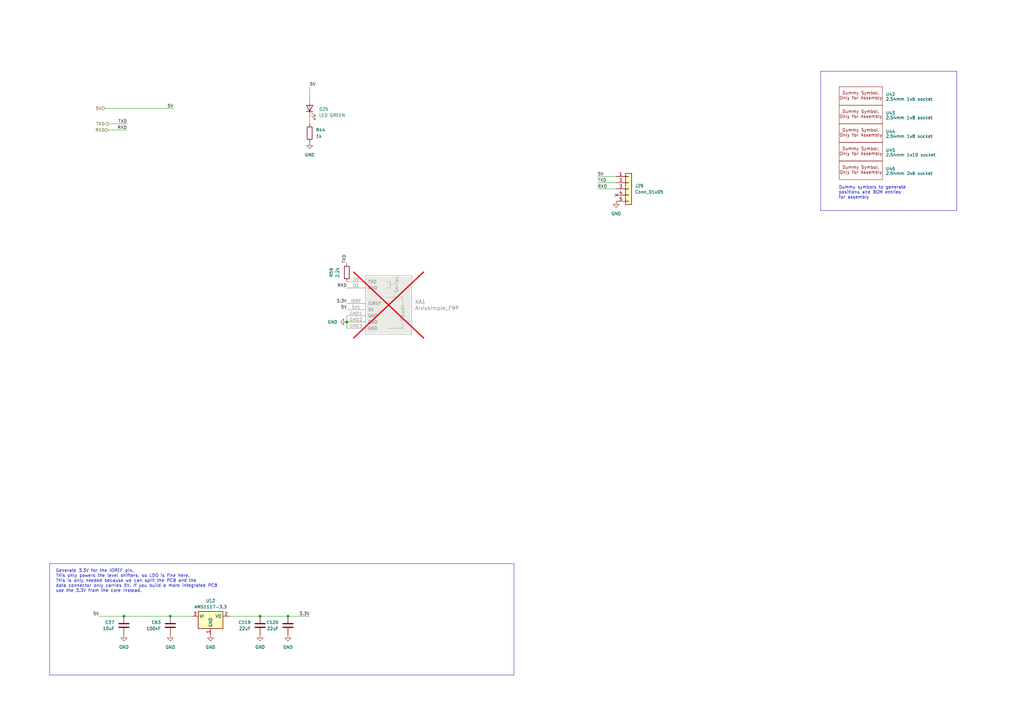
<source format=kicad_sch>
(kicad_sch (version 20231120) (generator "eeschema") (generator_version "8.0")
  (paper "A3")
  (lib_symbols
    (symbol "Connector_Generic:Conn_01x05" (pin_names (offset 1.016) hide)
      (property "Reference" "J" (at 0 7.62 0))
      (property "Value" "Conn_01x05" (at 0 -7.62 0))
      (symbol "Conn_01x05_1_1"
        (rectangle (start -1.27 -4.953) (end 0 -5.207) (stroke (width 0.1524)))
        (rectangle (start -1.27 -2.413) (end 0 -2.667) (stroke (width 0.1524)))
        (rectangle (start -1.27 0.127) (end 0 -0.127) (stroke (width 0.1524)))
        (rectangle (start -1.27 2.667) (end 0 2.413) (stroke (width 0.1524)))
        (rectangle (start -1.27 5.207) (end 0 4.953) (stroke (width 0.1524)))
        (rectangle (start -1.27 6.35) (end 1.27 -6.35) (stroke (width 0.254)) (fill (type background)))
        (pin passive line (at -5.08 5.08 0) (length 3.81) (name "Pin_1") (number "1"))
        (pin passive line (at -5.08 2.54 0) (length 3.81) (name "Pin_2") (number "2"))
        (pin passive line (at -5.08 0 0) (length 3.81) (name "Pin_3") (number "3"))
        (pin passive line (at -5.08 -2.54 0) (length 3.81) (name "Pin_4") (number "4"))
        (pin passive line (at -5.08 -5.08 0) (length 3.81) (name "Pin_5") (number "5"))
      )
    )
    (symbol "Device:C" (pin_numbers hide) (pin_names (offset 0.254))
      (property "Reference" "C" (at 0.635 2.54 0))
      (property "Value" "C" (at 0.635 -2.54 0))
      (symbol "C_0_1"
        (polyline (pts (xy -2.032 -0.762) (xy 2.032 -0.762)) (stroke (width 0.508)))
        (polyline (pts (xy -2.032 0.762) (xy 2.032 0.762)) (stroke (width 0.508)))
      )
      (symbol "C_1_1"
        (pin passive line (at 0 3.81 270) (length 2.794) (name "~") (number "1"))
        (pin passive line (at 0 -3.81 90) (length 2.794) (name "~") (number "2"))
      )
    )
    (symbol "Device:LED" (pin_numbers hide) (pin_names (offset 1.016) hide)
      (property "Reference" "D" (at 0 2.54 0))
      (property "Value" "LED" (at 0 -2.54 0))
      (symbol "LED_0_1"
        (polyline (pts (xy -1.27 -1.27) (xy -1.27 1.27)) (stroke (width 0.254)))
        (polyline (pts (xy -1.27 0) (xy 1.27 0)))
        (polyline (pts (xy 1.27 -1.27) (xy 1.27 1.27) (xy -1.27 0) (xy 1.27 -1.27)) (stroke (width 0.254)))
        (polyline (pts (xy -3.048 -0.762) (xy -4.572 -2.286) (xy -3.81 -2.286) (xy -4.572 -2.286) (xy -4.572 -1.524)))
        (polyline (pts (xy -1.778 -0.762) (xy -3.302 -2.286) (xy -2.54 -2.286) (xy -3.302 -2.286) (xy -3.302 -1.524)))
      )
      (symbol "LED_1_1"
        (pin passive line (at -3.81 0 0) (length 2.54) (name "K") (number "1"))
        (pin passive line (at 3.81 0 180) (length 2.54) (name "A") (number "2"))
      )
    )
    (symbol "Device:R" (pin_numbers hide) (pin_names (offset 0))
      (property "Reference" "R" (at 2.032 0 90))
      (property "Value" "R" (at 0 0 90))
      (symbol "R_0_1"
        (rectangle (start -1.016 -2.54) (end 1.016 2.54) (stroke (width 0.254)))
      )
      (symbol "R_1_1"
        (pin passive line (at 0 3.81 270) (length 1.27) (name "~") (number "1"))
        (pin passive line (at 0 -3.81 90) (length 1.27) (name "~") (number "2"))
      )
    )
    (symbol "Regulator_Linear:AMS1117-3.3"
      (property "Reference" "U" (at -3.81 3.175 0))
      (property "Value" "AMS1117-3.3" (at 0 3.175 0))
      (symbol "AMS1117-3.3_0_1"
        (rectangle (start -5.08 -5.08) (end 5.08 1.905) (stroke (width 0.254)) (fill (type background)))
      )
      (symbol "AMS1117-3.3_1_1"
        (pin power_in line (at 0 -7.62 90) (length 2.54) (name "GND") (number "1"))
        (pin power_out line (at 7.62 0 180) (length 2.54) (name "VO") (number "2"))
        (pin power_in line (at -7.62 0 0) (length 2.54) (name "VI") (number "3"))
      )
    )
    (symbol "power:GND" (power) (pin_numbers hide) (pin_names (offset 0) hide)
      (property "Value" "GND" (at 0 -3.81 0))
      (symbol "GND_0_1"
        (polyline (pts (xy 0 0) (xy 0 -1.27) (xy 1.27 -1.27) (xy 0 -2.54) (xy -1.27 -1.27) (xy 0 -1.27)))
      )
      (symbol "GND_1_1"
        (pin power_in line (at 0 0 270) (length 0) (name "~") (number "1"))
      )
    )
    (symbol "xtech:Ardusimple_F9P" (pin_names (offset 1.016))
      (property "Reference" "XA1" (at 0 35.56 0))
      (property "Value" "Ardusimple_F9P" (at 0 31.75 0))
      (symbol "Ardusimple_F9P_0_0"
        (rectangle (start -10.16 26.67) (end 8.89 2.54) (fill (type background)))
        (rectangle (start -1.27 5.08) (end 5.08 5.08))
        (rectangle (start -1.27 17.78) (end 5.08 17.78))
        (polyline (pts (xy 0 22.86) (xy 1.27 22.86)))
        (polyline (pts (xy 5.08 5.08) (xy 5.08 7.62)))
        (polyline (pts (xy 5.08 16.51) (xy 5.08 15.24)))
        (polyline (pts (xy 5.08 17.78) (xy 5.08 16.51)))
        (polyline (pts (xy -1.27 24.13) (xy 0 24.13) (xy 0 21.59) (xy -1.27 21.59)))
        (text "Power" (at 5.08 11.43 900) (effects (font (size 1.524 1.524))))
        (text "Serial" (at 2.54 22.86 900) (effects (font (size 1.524 1.524))))
      )
      (symbol "Ardusimple_F9P_1_1"
        (pin no_connect line (at 16.51 3.81 180) (length 7.62) hide (name "3.3V") (number "3V3"))
        (pin power_in line (at -17.78 12.7 0) (length 7.62) (name "5V") (number "5V1"))
        (pin no_connect line (at 16.51 3.81 180) (length 7.62) hide (name "A0") (number "A0"))
        (pin no_connect line (at 16.51 3.81 180) (length 7.62) hide (name "A1") (number "A1"))
        (pin no_connect line (at 16.51 3.81 180) (length 7.62) hide (name "A2") (number "A2"))
        (pin no_connect line (at 16.51 3.81 180) (length 7.62) hide (name "A3") (number "A3"))
        (pin no_connect line (at 16.51 3.81 180) (length 7.62) hide (name "A4") (number "A4"))
        (pin no_connect line (at 16.51 3.81 180) (length 7.62) hide (name "A5") (number "A5"))
        (pin no_connect line (at 16.51 3.81 180) (length 7.62) hide (name "AREF") (number "AREF"))
        (pin output line (at -17.78 24.13 0) (length 7.62) (name "TXD") (number "D0"))
        (pin input line (at -17.78 21.59 0) (length 7.62) (name "RXD") (number "D1"))
        (pin no_connect line (at 16.51 3.81 180) (length 7.62) hide (name "D10_CS") (number "D10"))
        (pin no_connect line (at 16.51 3.81 180) (length 7.62) hide (name "D11") (number "D11"))
        (pin no_connect line (at 16.51 3.81 180) (length 7.62) hide (name "D12") (number "D12"))
        (pin no_connect line (at 16.51 3.81 180) (length 7.62) hide (name "D13") (number "D13"))
        (pin no_connect line (at 16.51 3.81 180) (length 7.62) hide (name "D2_INT0") (number "D2"))
        (pin no_connect line (at 16.51 3.81 180) (length 7.62) hide (name "D3_INT1") (number "D3"))
        (pin no_connect line (at 16.51 3.81 180) (length 7.62) hide (name "D4") (number "D4"))
        (pin no_connect line (at 16.51 3.81 180) (length 7.62) hide (name "D5") (number "D5"))
        (pin no_connect line (at 16.51 3.81 180) (length 7.62) hide (name "D6") (number "D6"))
        (pin no_connect line (at 16.51 3.81 180) (length 7.62) hide (name "D7") (number "D7"))
        (pin no_connect line (at 16.51 3.81 180) (length 7.62) hide (name "D8") (number "D8"))
        (pin no_connect line (at 16.51 3.81 180) (length 7.62) hide (name "D9") (number "D9"))
        (pin power_in line (at -17.78 10.16 0) (length 7.62) (name "GND") (number "GND1"))
        (pin power_in line (at -17.78 7.62 0) (length 7.62) (name "GND") (number "GND2"))
        (pin power_in line (at -17.78 5.08 0) (length 7.62) (name "GND") (number "GND3"))
        (pin power_in line (at -17.78 15.24 0) (length 7.62) (name "IOREF") (number "IORF"))
        (pin no_connect input_low (at 16.51 3.81 180) (length 7.62) hide (name "RESET") (number "RST1"))
        (pin no_connect clock (at 16.51 3.81 180) (length 7.62) hide (name "SCL") (number "SCL"))
        (pin no_connect line (at 16.51 3.81 180) (length 7.62) hide (name "SDA") (number "SDA"))
        (pin no_connect line (at 16.51 3.81 180) (length 7.62) hide (name "VIN") (number "VIN"))
      )
    )
    (symbol "xtech:Dummy"
      (property "Reference" "U" (at 0 0 0))
      (symbol "Dummy_0_1"
        (rectangle (start 0 7.62) (end 17.78 0))
      )
      (symbol "Dummy_1_1"
        (text "Dummy Symbol,\nOnly for Assembly" (at 8.89 4.064 0) (effects (font (size 1.27 1.27))))
      )
    )
  )
  (junction (at 69.85 252.73))
  (junction (at 142.24 132.08))
  (junction (at 106.68 252.73))
  (junction (at 118.11 252.73))
  (junction (at 50.8 252.73))
  (no_connect (at 252.73 80.01))
  (wire (pts (xy 52.07 53.34) (xy 44.45 53.34)))
  (wire (pts (xy 106.68 252.73) (xy 118.11 252.73)))
  (wire (pts (xy 245.11 77.47) (xy 252.73 77.47)))
  (wire (pts (xy 118.11 252.73) (xy 127 252.73)))
  (wire (pts (xy 40.64 252.73) (xy 50.8 252.73)))
  (wire (pts (xy 43.18 44.45) (xy 71.12 44.45)))
  (wire (pts (xy 245.11 72.39) (xy 252.73 72.39)))
  (wire (pts (xy 245.11 74.93) (xy 252.73 74.93)))
  (wire (pts (xy 127 48.26) (xy 127 50.8)))
  (wire (pts (xy 142.24 132.08) (xy 142.24 134.62)))
  (wire (pts (xy 127 35.56) (xy 127 40.64)))
  (wire (pts (xy 69.85 252.73) (xy 78.74 252.73)))
  (wire (pts (xy 50.8 252.73) (xy 69.85 252.73)))
  (wire (pts (xy 93.98 252.73) (xy 106.68 252.73)))
  (wire (pts (xy 44.45 50.8) (xy 52.07 50.8)))
  (wire (pts (xy 142.24 129.54) (xy 142.24 132.08)))
  (rectangle (start 336.55 29.21) (end 392.43 86.36))
  (rectangle (start 20.32 231.14) (end 210.82 276.86))
  (text "Dummy symbols to generate \npositions and BOM entries\nfor assembly" (at 343.916 78.994 0) (effects (font (size 1.27 1.27)) (justify left)))
  (text "Generate 3.3V for the IOREF pin.\nThis only powers the level shifters, so LDO is fine here.\nThis is only needed because we can split the PCB and the\ndata connector only carries 5V. If you build a more integrated PCB\nuse the 3.3V from the core instead.\n" (at 22.86 238.252 0) (effects (font (size 1.27 1.27)) (justify left)))
  (label "3.3V" (at 127 252.73 180))
  (label "3.3V" (at 142.24 124.46 180))
  (label "5V" (at 245.11 72.39 0))
  (label "TXD" (at 52.07 50.8 180))
  (label "5V" (at 127 35.56 0))
  (label "RXD" (at 245.11 77.47 0))
  (label "TXD" (at 245.11 74.93 0))
  (label "TXD" (at 142.24 107.95 90))
  (label "RXD" (at 142.24 118.11 180))
  (label "5V" (at 142.24 127 180))
  (label "5V" (at 71.12 44.45 180))
  (label "5V" (at 40.64 252.73 180))
  (label "RXD" (at 52.07 53.34 180))
  (hierarchical_label "RXD" (shape input) (at 44.45 53.34 180))
  (hierarchical_label "TXD" (shape output) (at 44.45 50.8 180))
  (hierarchical_label "5V" (shape input) (at 43.18 44.45 180))
  (symbol (lib_id "Device:C") (at 50.8 256.54 0) (mirror x) (unit 1)
    (property "Reference" "C37" (at 46.99 255.2699 0) (effects (justify right)))
    (property "Value" "10uF" (at 46.99 257.8099 0) (effects (justify right)))
    (property "Footprint" "Capacitor_SMD:C_0402_1005Metric" (effects (hide yes)))
    (property "Description" "Unpolarized capacitor" (effects (hide yes)))
    (property "JLC" "C15525" (effects (hide yes)))
  )
  (symbol (lib_id "power:GND") (at 69.85 260.35 0) (mirror y) (unit 1)
    (property "Reference" "#PWR0189" (effects (hide yes)))
    (property "Value" "GND" (at 69.85 265.43 0))
    (property "Description" "Power symbol creates a global label with name \"GND\" , ground" (effects (hide yes)))
  )
  (symbol (lib_id "xtech:Ardusimple_F9P") (at 160.02 139.7 0) (unit 1) (dnp yes)
    (property "Reference" "XA1" (at 170.18 123.8249 0) (effects (font (size 1.524 1.524)) (justify left)))
    (property "Value" "Ardusimple_F9P" (at 170.18 126.3649 0) (effects (font (size 1.524 1.524)) (justify left)))
    (property "Footprint" "xtech:Arduino_Uno_Shield_Ardusimple_Budget" (effects (hide yes)))
    (property "Config" "do not place" (effects (hide yes)))
    (property "DNP" "Y" (effects (hide yes)))
  )
  (symbol (lib_id "xtech:Dummy") (at 344.17 66.04 0) (unit 1)
    (property "Reference" "U45" (at 363.22 61.5949 0) (effects (justify left)))
    (property "Value" "2.54mm 1x10 socket" (at 363.22 63.5 0) (effects (justify left)))
    (property "Footprint" "xtech:Dummy" (effects (hide yes)))
    (property "JLC" "C7509514" (effects (hide yes)))
  )
  (symbol (lib_id "Device:C") (at 118.11 256.54 0) (mirror x) (unit 1)
    (property "Reference" "C120" (at 114.3 255.2699 0) (effects (justify right)))
    (property "Value" "22uF" (at 114.3 257.8099 0) (effects (justify right)))
    (property "Footprint" "Capacitor_SMD:C_0603_1608Metric" (effects (hide yes)))
    (property "Description" "Unpolarized capacitor" (effects (hide yes)))
    (property "JLC" "C59461" (effects (hide yes)))
  )
  (symbol (lib_id "power:GND") (at 118.11 260.35 0) (mirror y) (unit 1)
    (property "Reference" "#PWR0175" (effects (hide yes)))
    (property "Value" "GND" (at 118.11 265.43 0))
    (property "Description" "Power symbol creates a global label with name \"GND\" , ground" (effects (hide yes)))
  )
  (symbol (lib_id "Device:R") (at 142.24 111.76 180) (unit 1)
    (property "Reference" "R59" (at 135.89 111.76 90))
    (property "Value" "2.2k" (at 138.43 111.76 90))
    (property "Footprint" "Resistor_SMD:R_0805_2012Metric" (effects (hide yes)))
    (property "Description" "Resistor" (effects (hide yes)))
    (property "JLC" "C17520" (effects (hide yes)))
  )
  (symbol (lib_id "Device:R") (at 127 54.61 0) (unit 1)
    (property "Reference" "R44" (at 129.54 53.3399 0) (effects (justify left)))
    (property "Value" "1k" (at 129.54 55.8799 0) (effects (justify left)))
    (property "Footprint" "Resistor_SMD:R_0805_2012Metric" (effects (hide yes)))
    (property "Description" "Resistor" (effects (hide yes)))
    (property "JLC" "C17513" (effects (hide yes)))
  )
  (symbol (lib_id "xtech:Dummy") (at 344.17 50.8 0) (unit 1)
    (property "Reference" "U43" (at 363.22 46.3549 0) (effects (justify left)))
    (property "Value" "2.54mm 1x8 socket" (at 363.22 48.26 0) (effects (justify left)))
    (property "Footprint" "xtech:Dummy" (effects (hide yes)))
    (property "JLC" "C7509515" (effects (hide yes)))
  )
  (symbol (lib_id "Regulator_Linear:AMS1117-3.3") (at 86.36 252.73 0) (unit 1)
    (property "Reference" "U12" (at 86.36 246.38 0))
    (property "Value" "AMS1117-3.3" (at 86.36 248.92 0))
    (property "Footprint" "Package_TO_SOT_SMD:SOT-223-3_TabPin2" (effects (hide yes)))
    (property "Datasheet" "http://www.advanced-monolithic.com/pdf/ds1117.pdf" (effects (hide yes)))
    (property "Description" "1A Low Dropout regulator, positive, 3.3V fixed output, SOT-223" (effects (hide yes)))
    (property "JLC" "C6186" (effects (hide yes)))
  )
  (symbol (lib_id "power:GND") (at 86.36 260.35 0) (mirror y) (unit 1)
    (property "Reference" "#PWR0171" (effects (hide yes)))
    (property "Value" "GND" (at 86.36 265.43 0))
    (property "Description" "Power symbol creates a global label with name \"GND\" , ground" (effects (hide yes)))
  )
  (symbol (lib_id "Connector_Generic:Conn_01x05") (at 257.81 77.47 0) (unit 1)
    (property "Reference" "J29" (at 260.35 76.1999 0) (effects (justify left)))
    (property "Value" "Conn_01x05" (at 260.35 78.7399 0) (effects (justify left)))
    (property "Footprint" "Connector_JST:JST_XH_B5B-XH-A_1x05_P2.50mm_Vertical" (effects (hide yes)))
    (property "Description" "Generic connector, single row, 01x05, script generated (kicad-library-utils/schlib/autogen/connector/)" (effects (hide yes)))
    (property "JLC" "C157991" (effects (hide yes)))
  )
  (symbol (lib_id "Device:LED") (at 127 44.45 90) (unit 1)
    (property "Reference" "D25" (at 130.81 44.7674 90) (effects (justify right)))
    (property "Value" "LED GREEN" (at 130.81 47.3074 90) (effects (justify right)))
    (property "Footprint" "LED_SMD:LED_0805_2012Metric" (effects (hide yes)))
    (property "Description" "Light emitting diode" (effects (hide yes)))
    (property "JLC" "C2297" (effects (hide yes)))
  )
  (symbol (lib_id "power:GND") (at 252.73 82.55 0) (unit 1)
    (property "Reference" "#PWR042" (effects (hide yes)))
    (property "Value" "GND" (at 252.73 87.63 0))
    (property "Description" "Power symbol creates a global label with name \"GND\" , ground" (effects (hide yes)))
  )
  (symbol (lib_id "power:GND") (at 106.68 260.35 0) (mirror y) (unit 1)
    (property "Reference" "#PWR0174" (effects (hide yes)))
    (property "Value" "GND" (at 106.68 265.43 0))
    (property "Description" "Power symbol creates a global label with name \"GND\" , ground" (effects (hide yes)))
  )
  (symbol (lib_id "Device:C") (at 106.68 256.54 0) (mirror x) (unit 1)
    (property "Reference" "C119" (at 102.87 255.2699 0) (effects (justify right)))
    (property "Value" "22uF" (at 102.87 257.8099 0) (effects (justify right)))
    (property "Footprint" "Capacitor_SMD:C_0603_1608Metric" (effects (hide yes)))
    (property "Description" "Unpolarized capacitor" (effects (hide yes)))
    (property "JLC" "C59461" (effects (hide yes)))
  )
  (symbol (lib_id "Device:C") (at 69.85 256.54 0) (mirror x) (unit 1)
    (property "Reference" "C63" (at 66.04 255.2699 0) (effects (justify right)))
    (property "Value" "100nF" (at 66.04 257.8099 0) (effects (justify right)))
    (property "Footprint" "Capacitor_SMD:C_0402_1005Metric" (effects (hide yes)))
    (property "Description" "Unpolarized capacitor" (effects (hide yes)))
    (property "JLC" "C307331" (effects (hide yes)))
  )
  (symbol (lib_id "power:GND") (at 127 58.42 0) (unit 1)
    (property "Reference" "#PWR025" (effects (hide yes)))
    (property "Value" "GND" (at 127 63.5 0))
    (property "Description" "Power symbol creates a global label with name \"GND\" , ground" (effects (hide yes)))
  )
  (symbol (lib_id "power:GND") (at 142.24 132.08 270) (unit 1)
    (property "Reference" "#PWR0139" (effects (hide yes)))
    (property "Value" "GND" (at 138.43 132.0799 90) (effects (justify right)))
    (property "Description" "Power symbol creates a global label with name \"GND\" , ground" (effects (hide yes)))
  )
  (symbol (lib_id "xtech:Dummy") (at 344.17 58.42 0) (unit 1)
    (property "Reference" "U44" (at 363.22 53.9749 0) (effects (justify left)))
    (property "Value" "2.54mm 1x8 socket" (at 363.22 55.88 0) (effects (justify left)))
    (property "Footprint" "xtech:Dummy" (effects (hide yes)))
    (property "JLC" "C7509515" (effects (hide yes)))
  )
  (symbol (lib_id "power:GND") (at 50.8 260.35 0) (mirror y) (unit 1)
    (property "Reference" "#PWR0190" (effects (hide yes)))
    (property "Value" "GND" (at 50.8 265.43 0))
    (property "Description" "Power symbol creates a global label with name \"GND\" , ground" (effects (hide yes)))
  )
  (symbol (lib_id "xtech:Dummy") (at 344.17 73.66 0) (unit 1)
    (property "Reference" "U46" (at 363.22 69.2149 0) (effects (justify left)))
    (property "Value" "2.54mm 2x6 socket" (at 363.22 71.12 0) (effects (justify left)))
    (property "Footprint" "xtech:Dummy" (effects (hide yes)))
    (property "JLC" "C718230" (effects (hide yes)))
  )
  (symbol (lib_id "xtech:Dummy") (at 344.17 43.18 0) (unit 1)
    (property "Reference" "U42" (at 363.22 38.7349 0) (effects (justify left)))
    (property "Value" "2.54mm 1x6 socket" (at 363.22 40.64 0) (effects (justify left)))
    (property "Footprint" "xtech:Dummy" (effects (hide yes)))
    (property "JLC" "C7509518" (effects (hide yes)))
  )
)
</source>
